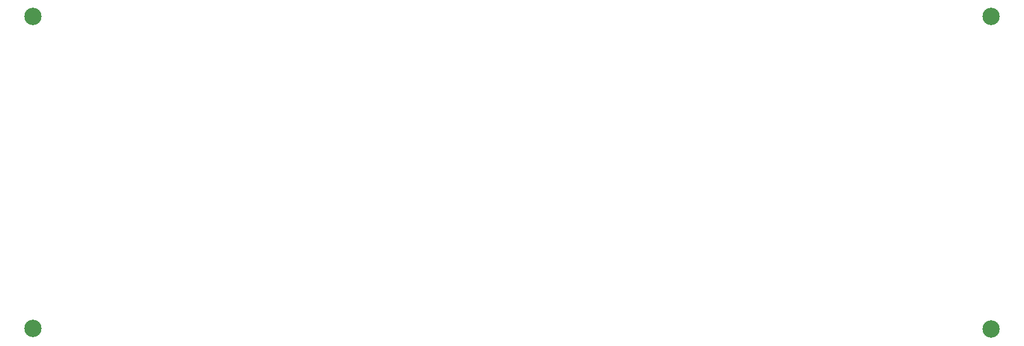
<source format=gbr>
%TF.GenerationSoftware,KiCad,Pcbnew,9.0.2*%
%TF.CreationDate,2025-07-08T15:37:37+02:00*%
%TF.ProjectId,MacroKeyPad,4d616372-6f4b-4657-9950-61642e6b6963,rev?*%
%TF.SameCoordinates,Original*%
%TF.FileFunction,Paste,Bot*%
%TF.FilePolarity,Positive*%
%FSLAX46Y46*%
G04 Gerber Fmt 4.6, Leading zero omitted, Abs format (unit mm)*
G04 Created by KiCad (PCBNEW 9.0.2) date 2025-07-08 15:37:37*
%MOMM*%
%LPD*%
G01*
G04 APERTURE LIST*
%ADD10C,2.500000*%
G04 APERTURE END LIST*
D10*
%TO.C,REF\u002A\u002A*%
X96010000Y-56210000D03*
%TD*%
%TO.C,REF\u002A\u002A*%
X234010000Y-101310000D03*
%TD*%
%TO.C,REF\u002A\u002A*%
X96000000Y-101210000D03*
%TD*%
%TO.C,REF\u002A\u002A*%
X234010000Y-56210000D03*
%TD*%
M02*

</source>
